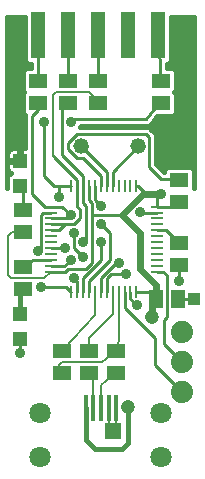
<source format=gtl>
G75*
%MOIN*%
%OFA0B0*%
%FSLAX25Y25*%
%IPPOS*%
%LPD*%
%AMOC8*
5,1,8,0,0,1.08239X$1,22.5*
%
%ADD10R,0.05118X0.05906*%
%ADD11R,0.00787X0.03937*%
%ADD12R,0.03937X0.00787*%
%ADD13C,0.05200*%
%ADD14R,0.06299X0.05118*%
%ADD15R,0.04724X0.04724*%
%ADD16R,0.05000X0.15748*%
%ADD17C,0.07400*%
%ADD18C,0.07087*%
%ADD19R,0.01575X0.09055*%
%ADD20C,0.01000*%
%ADD21C,0.03569*%
%ADD22C,0.01600*%
%ADD23C,0.00800*%
%ADD24R,0.05315X0.05315*%
%ADD25R,0.03962X0.03962*%
%ADD26C,0.02400*%
%ADD27C,0.04750*%
D10*
X0068366Y0063000D03*
X0075847Y0063000D03*
D11*
X0061933Y0065283D03*
X0059965Y0065283D03*
X0057996Y0065283D03*
X0056028Y0065283D03*
X0054059Y0065283D03*
X0052091Y0065283D03*
X0050122Y0065283D03*
X0048154Y0065283D03*
X0046185Y0065283D03*
X0044217Y0065283D03*
X0042248Y0065283D03*
X0040280Y0065283D03*
X0040280Y0100717D03*
X0042248Y0100717D03*
X0044217Y0100717D03*
X0046185Y0100717D03*
X0048154Y0100717D03*
X0050122Y0100717D03*
X0052091Y0100717D03*
X0054059Y0100717D03*
X0056028Y0100717D03*
X0057996Y0100717D03*
X0059965Y0100717D03*
X0061933Y0100717D03*
D12*
X0068823Y0093827D03*
X0068823Y0091858D03*
X0068823Y0089890D03*
X0068823Y0087921D03*
X0068823Y0085953D03*
X0068823Y0083984D03*
X0068823Y0082016D03*
X0068823Y0080047D03*
X0068823Y0078079D03*
X0068823Y0076110D03*
X0068823Y0074142D03*
X0068823Y0072173D03*
X0033390Y0072173D03*
X0033390Y0074142D03*
X0033390Y0076110D03*
X0033390Y0078079D03*
X0033390Y0080047D03*
X0033390Y0082016D03*
X0033390Y0083984D03*
X0033390Y0085953D03*
X0033390Y0087921D03*
X0033390Y0089890D03*
X0033390Y0091858D03*
X0033390Y0093827D03*
D13*
X0043607Y0114000D03*
X0062607Y0114000D03*
D14*
X0070107Y0128260D03*
X0070107Y0135740D03*
X0076107Y0102740D03*
X0076107Y0095260D03*
X0076107Y0081740D03*
X0076107Y0074260D03*
X0055107Y0045740D03*
X0055107Y0038260D03*
X0046107Y0038260D03*
X0046107Y0045740D03*
X0037107Y0045740D03*
X0037107Y0038260D03*
X0024107Y0066260D03*
X0024107Y0073740D03*
X0024107Y0085260D03*
X0024107Y0092740D03*
X0029107Y0128260D03*
X0029107Y0135740D03*
X0039107Y0135740D03*
X0039107Y0128260D03*
X0049107Y0128260D03*
X0049107Y0135740D03*
D15*
X0023107Y0109134D03*
X0023107Y0100866D03*
X0023107Y0058134D03*
X0023107Y0049866D03*
D16*
X0029107Y0151000D03*
X0039107Y0151000D03*
X0049107Y0151000D03*
X0059107Y0151000D03*
X0069107Y0151000D03*
D17*
X0077107Y0052000D03*
X0077107Y0042000D03*
X0077107Y0032000D03*
D18*
X0070284Y0024961D03*
X0070284Y0010394D03*
X0029929Y0010394D03*
X0029929Y0024961D03*
D19*
X0044988Y0026654D03*
X0047547Y0026654D03*
X0050107Y0026654D03*
X0052666Y0026654D03*
X0055225Y0026654D03*
D20*
X0068107Y0041000D02*
X0068107Y0050000D01*
X0057996Y0060110D01*
X0057996Y0065283D01*
X0059965Y0065283D02*
X0059965Y0063142D01*
X0062107Y0061000D01*
X0061933Y0065173D02*
X0061933Y0065283D01*
X0066083Y0065283D01*
X0068366Y0063000D01*
X0072107Y0057000D02*
X0071107Y0056000D01*
X0071107Y0048000D01*
X0077107Y0042000D01*
X0068107Y0041000D02*
X0077107Y0032000D01*
X0072107Y0057000D02*
X0072107Y0071000D01*
X0070933Y0072173D01*
X0068823Y0072173D01*
X0076107Y0074260D02*
X0076107Y0069000D01*
X0075847Y0063000D02*
X0081107Y0063000D01*
X0076107Y0081740D02*
X0071894Y0085953D01*
X0068823Y0085953D01*
X0068823Y0091858D02*
X0063248Y0091858D01*
X0063107Y0092000D01*
X0065107Y0098000D02*
X0062390Y0100717D01*
X0061933Y0100717D01*
X0066107Y0107000D02*
X0070107Y0103000D01*
X0075847Y0103000D01*
X0076107Y0102740D01*
X0076107Y0095260D02*
X0075673Y0093827D01*
X0068823Y0093827D01*
X0068823Y0096717D01*
X0070107Y0098000D01*
X0066107Y0107000D02*
X0066107Y0117000D01*
X0065107Y0118000D01*
X0042107Y0118000D01*
X0039107Y0115000D01*
X0039107Y0113000D01*
X0042107Y0110000D01*
X0044107Y0110000D01*
X0050107Y0104000D01*
X0050107Y0100732D01*
X0050122Y0100717D01*
X0048154Y0100717D02*
X0048154Y0095953D01*
X0050107Y0094000D01*
X0050107Y0088000D02*
X0053107Y0085000D01*
X0053107Y0076000D01*
X0046185Y0069079D01*
X0046185Y0065283D01*
X0044217Y0065283D02*
X0044217Y0070110D01*
X0050107Y0076000D01*
X0050107Y0082000D01*
X0047107Y0075000D02*
X0045107Y0073000D01*
X0039107Y0073000D01*
X0038280Y0072173D01*
X0033390Y0072173D01*
X0033390Y0074142D02*
X0037965Y0074142D01*
X0040107Y0076000D01*
X0041107Y0080000D02*
X0044107Y0077000D01*
X0047107Y0075000D02*
X0047107Y0091000D01*
X0047107Y0095000D01*
X0046185Y0095921D01*
X0046185Y0100717D01*
X0044217Y0100717D02*
X0044217Y0103890D01*
X0037107Y0111000D01*
X0037107Y0126260D01*
X0039107Y0128260D01*
X0041107Y0123000D02*
X0040107Y0122000D01*
X0041107Y0123000D02*
X0065107Y0123000D01*
X0069107Y0128000D01*
X0070107Y0128260D01*
X0070107Y0135740D02*
X0069107Y0151000D01*
X0049107Y0151000D02*
X0049107Y0135740D01*
X0049107Y0129000D02*
X0049107Y0128260D01*
X0043607Y0114000D02*
X0052091Y0105516D01*
X0052091Y0100717D01*
X0054059Y0100717D02*
X0054059Y0105453D01*
X0062607Y0114000D01*
X0057107Y0091000D02*
X0047107Y0091000D01*
X0045107Y0094000D02*
X0045107Y0083000D01*
X0044107Y0082000D01*
X0041107Y0080000D02*
X0041107Y0085000D01*
X0041028Y0087921D02*
X0043107Y0090000D01*
X0043107Y0093000D01*
X0042248Y0093858D01*
X0042248Y0100717D01*
X0042248Y0102858D01*
X0034607Y0110500D01*
X0034107Y0111000D01*
X0031107Y0104000D02*
X0034390Y0100717D01*
X0036107Y0100717D01*
X0036107Y0097000D01*
X0037280Y0093827D02*
X0040107Y0091000D01*
X0038996Y0089890D01*
X0033390Y0089890D01*
X0033390Y0091858D02*
X0030965Y0091858D01*
X0030107Y0091000D01*
X0030107Y0080000D01*
X0029107Y0079000D01*
X0027477Y0076110D02*
X0024107Y0073740D01*
X0027477Y0076110D02*
X0033390Y0076110D01*
X0033390Y0080047D02*
X0038059Y0080047D01*
X0038107Y0080000D01*
X0036138Y0085953D02*
X0038107Y0087921D01*
X0041028Y0087921D01*
X0038107Y0087921D02*
X0033390Y0087921D01*
X0033390Y0085953D02*
X0036138Y0085953D01*
X0037280Y0093827D02*
X0033390Y0093827D01*
X0031390Y0093827D01*
X0027107Y0098110D01*
X0027107Y0124000D01*
X0029107Y0126000D01*
X0029107Y0128260D01*
X0031107Y0122000D02*
X0031107Y0104000D01*
X0036107Y0100717D02*
X0040280Y0100717D01*
X0044217Y0100717D02*
X0044217Y0094890D01*
X0045107Y0094000D01*
X0055107Y0075000D02*
X0050107Y0070000D01*
X0050107Y0065299D01*
X0050122Y0065283D01*
X0052091Y0065283D02*
X0052107Y0065299D01*
X0052107Y0070000D01*
X0053607Y0071500D01*
X0058607Y0071500D01*
X0056107Y0075000D02*
X0055107Y0075000D01*
X0042248Y0068858D02*
X0042248Y0065283D01*
X0040280Y0065283D02*
X0038563Y0067000D01*
X0030107Y0067000D01*
X0023107Y0049866D02*
X0023107Y0045000D01*
X0042248Y0068858D02*
X0041107Y0070000D01*
X0024107Y0092740D02*
X0024107Y0099866D01*
X0023107Y0100866D01*
X0023107Y0109134D02*
X0023107Y0115000D01*
X0029107Y0135740D02*
X0029107Y0151000D01*
X0039107Y0151000D02*
X0039107Y0135740D01*
X0039107Y0151000D02*
X0039107Y0153000D01*
D21*
X0023107Y0045000D03*
X0030107Y0067000D03*
X0029107Y0079000D03*
X0038107Y0080000D03*
X0040107Y0076000D03*
X0044107Y0077000D03*
X0044107Y0082000D03*
X0041107Y0085000D03*
X0040107Y0091000D03*
X0036107Y0097000D03*
X0023107Y0115000D03*
X0031107Y0122000D03*
X0040107Y0122000D03*
X0050107Y0094000D03*
X0050107Y0088000D03*
X0050107Y0082000D03*
X0056107Y0075000D03*
X0058607Y0071500D03*
X0062107Y0061000D03*
X0076107Y0069000D03*
X0063107Y0092000D03*
X0070107Y0098000D03*
X0070107Y0108000D03*
X0070107Y0112000D03*
X0075107Y0141000D03*
X0075107Y0146000D03*
X0075107Y0151000D03*
X0041107Y0070000D03*
X0022107Y0141000D03*
D22*
X0024157Y0139045D02*
X0024157Y0132436D01*
X0024592Y0132000D01*
X0024157Y0131564D01*
X0024157Y0124955D01*
X0024807Y0124306D01*
X0024807Y0113296D01*
X0023488Y0113296D01*
X0023488Y0109515D01*
X0022725Y0109515D01*
X0022725Y0108753D01*
X0018944Y0108753D01*
X0018944Y0106535D01*
X0019067Y0106077D01*
X0019304Y0105666D01*
X0019639Y0105331D01*
X0020050Y0105094D01*
X0020296Y0105028D01*
X0019999Y0105028D01*
X0018944Y0103974D01*
X0018944Y0100000D01*
X0018907Y0100000D01*
X0018907Y0156901D01*
X0024807Y0156901D01*
X0024807Y0142380D01*
X0025861Y0141326D01*
X0026807Y0141326D01*
X0026807Y0140099D01*
X0025211Y0140099D01*
X0024157Y0139045D01*
X0024157Y0138676D02*
X0018907Y0138676D01*
X0018907Y0137078D02*
X0024157Y0137078D01*
X0024157Y0135479D02*
X0018907Y0135479D01*
X0018907Y0133881D02*
X0024157Y0133881D01*
X0024310Y0132282D02*
X0018907Y0132282D01*
X0018907Y0130684D02*
X0024157Y0130684D01*
X0024157Y0129085D02*
X0018907Y0129085D01*
X0018907Y0127487D02*
X0024157Y0127487D01*
X0024157Y0125888D02*
X0018907Y0125888D01*
X0018907Y0124290D02*
X0024807Y0124290D01*
X0024807Y0122691D02*
X0018907Y0122691D01*
X0018907Y0121093D02*
X0024807Y0121093D01*
X0024807Y0119494D02*
X0018907Y0119494D01*
X0018907Y0117896D02*
X0024807Y0117896D01*
X0024807Y0116297D02*
X0018907Y0116297D01*
X0018907Y0114699D02*
X0024807Y0114699D01*
X0023488Y0113100D02*
X0022725Y0113100D01*
X0022725Y0113296D02*
X0020507Y0113296D01*
X0020050Y0113173D01*
X0019639Y0112936D01*
X0019304Y0112601D01*
X0019067Y0112191D01*
X0018944Y0111733D01*
X0018944Y0109515D01*
X0022725Y0109515D01*
X0022725Y0113296D01*
X0022725Y0111502D02*
X0023488Y0111502D01*
X0023488Y0109903D02*
X0022725Y0109903D01*
X0019923Y0113100D02*
X0018907Y0113100D01*
X0018907Y0111502D02*
X0018944Y0111502D01*
X0018907Y0109903D02*
X0018944Y0109903D01*
X0018907Y0108305D02*
X0018944Y0108305D01*
X0018907Y0106706D02*
X0018944Y0106706D01*
X0018907Y0105108D02*
X0020026Y0105108D01*
X0018944Y0103509D02*
X0018907Y0103509D01*
X0018907Y0101911D02*
X0018944Y0101911D01*
X0018907Y0100312D02*
X0018944Y0100312D01*
X0024107Y0066260D02*
X0023107Y0065260D01*
X0023107Y0058134D01*
X0044988Y0026654D02*
X0044988Y0016118D01*
X0048107Y0013000D01*
X0057107Y0013000D01*
X0059107Y0015000D01*
X0059107Y0027000D01*
X0068366Y0063000D02*
X0069107Y0063260D01*
X0081056Y0100000D02*
X0081056Y0106045D01*
X0080002Y0107099D01*
X0072211Y0107099D01*
X0071157Y0106045D01*
X0071157Y0105300D01*
X0071059Y0105300D01*
X0068407Y0107953D01*
X0068407Y0117953D01*
X0067059Y0119300D01*
X0066059Y0120300D01*
X0043282Y0120300D01*
X0043448Y0120700D01*
X0064300Y0120700D01*
X0064414Y0120609D01*
X0065234Y0120700D01*
X0066059Y0120700D01*
X0066162Y0120803D01*
X0066307Y0120819D01*
X0066823Y0121464D01*
X0067407Y0122047D01*
X0067407Y0122193D01*
X0068773Y0123901D01*
X0074002Y0123901D01*
X0075056Y0124955D01*
X0075056Y0131564D01*
X0074621Y0132000D01*
X0075056Y0132436D01*
X0075056Y0139045D01*
X0074002Y0140099D01*
X0072126Y0140099D01*
X0072045Y0141326D01*
X0072352Y0141326D01*
X0073407Y0142380D01*
X0073407Y0156901D01*
X0081107Y0156901D01*
X0081107Y0100000D01*
X0081056Y0100000D01*
X0081056Y0100312D02*
X0081107Y0100312D01*
X0081056Y0101911D02*
X0081107Y0101911D01*
X0081056Y0103509D02*
X0081107Y0103509D01*
X0081056Y0105108D02*
X0081107Y0105108D01*
X0081107Y0106706D02*
X0080395Y0106706D01*
X0081107Y0108305D02*
X0068407Y0108305D01*
X0068407Y0109903D02*
X0081107Y0109903D01*
X0081107Y0111502D02*
X0068407Y0111502D01*
X0068407Y0113100D02*
X0081107Y0113100D01*
X0081107Y0114699D02*
X0068407Y0114699D01*
X0068407Y0116297D02*
X0081107Y0116297D01*
X0081107Y0117896D02*
X0068407Y0117896D01*
X0066865Y0119494D02*
X0081107Y0119494D01*
X0081107Y0121093D02*
X0066526Y0121093D01*
X0067805Y0122691D02*
X0081107Y0122691D01*
X0081107Y0124290D02*
X0074391Y0124290D01*
X0075056Y0125888D02*
X0081107Y0125888D01*
X0081107Y0127487D02*
X0075056Y0127487D01*
X0075056Y0129085D02*
X0081107Y0129085D01*
X0081107Y0130684D02*
X0075056Y0130684D01*
X0074903Y0132282D02*
X0081107Y0132282D01*
X0081107Y0133881D02*
X0075056Y0133881D01*
X0075056Y0135479D02*
X0081107Y0135479D01*
X0081107Y0137078D02*
X0075056Y0137078D01*
X0075056Y0138676D02*
X0081107Y0138676D01*
X0081107Y0140275D02*
X0072114Y0140275D01*
X0072900Y0141873D02*
X0081107Y0141873D01*
X0081107Y0143472D02*
X0073407Y0143472D01*
X0073407Y0145070D02*
X0081107Y0145070D01*
X0081107Y0146669D02*
X0073407Y0146669D01*
X0073407Y0148268D02*
X0081107Y0148268D01*
X0081107Y0149866D02*
X0073407Y0149866D01*
X0073407Y0151465D02*
X0081107Y0151465D01*
X0081107Y0153063D02*
X0073407Y0153063D01*
X0073407Y0154662D02*
X0081107Y0154662D01*
X0081107Y0156260D02*
X0073407Y0156260D01*
X0071818Y0106706D02*
X0069653Y0106706D01*
X0026807Y0140275D02*
X0018907Y0140275D01*
X0018907Y0141873D02*
X0025313Y0141873D01*
X0024807Y0143472D02*
X0018907Y0143472D01*
X0018907Y0145070D02*
X0024807Y0145070D01*
X0024807Y0146669D02*
X0018907Y0146669D01*
X0018907Y0148268D02*
X0024807Y0148268D01*
X0024807Y0149866D02*
X0018907Y0149866D01*
X0018907Y0151465D02*
X0024807Y0151465D01*
X0024807Y0153063D02*
X0018907Y0153063D01*
X0018907Y0154662D02*
X0024807Y0154662D01*
X0024807Y0156260D02*
X0018907Y0156260D01*
D23*
X0035107Y0132000D02*
X0034107Y0131000D01*
X0034107Y0111000D01*
X0035107Y0132000D02*
X0046107Y0132000D01*
X0049107Y0129000D01*
X0024107Y0085260D02*
X0020366Y0085260D01*
X0019107Y0084000D01*
X0019107Y0071000D01*
X0020107Y0070000D01*
X0031217Y0070000D01*
X0033390Y0072173D01*
X0054059Y0057953D02*
X0046107Y0050000D01*
X0046107Y0045740D01*
X0050366Y0042000D02*
X0055107Y0045740D01*
X0054366Y0045000D01*
X0054107Y0045000D01*
X0056028Y0048921D01*
X0056028Y0065283D01*
X0054059Y0065283D02*
X0054059Y0057953D01*
X0048154Y0057787D02*
X0037107Y0045740D01*
X0037107Y0042000D02*
X0036107Y0041000D01*
X0037107Y0038260D01*
X0037107Y0042000D02*
X0050366Y0042000D01*
X0046107Y0038260D02*
X0047547Y0035819D01*
X0047547Y0026654D01*
X0050107Y0026654D02*
X0050107Y0034260D01*
X0055107Y0038260D01*
X0055225Y0026654D02*
X0055225Y0020118D01*
X0054107Y0019000D01*
X0052666Y0020441D01*
X0052666Y0026654D01*
X0048154Y0057787D02*
X0048154Y0065283D01*
D24*
X0054107Y0019000D03*
D25*
X0081107Y0063000D03*
D26*
X0068366Y0063000D02*
X0067107Y0061740D01*
X0067107Y0057000D01*
X0068366Y0063000D02*
X0068366Y0067740D01*
X0063107Y0073000D01*
X0063107Y0085000D01*
X0057107Y0091000D01*
X0064107Y0098000D01*
X0065107Y0098000D01*
X0070107Y0098000D01*
D27*
X0067107Y0057000D03*
X0059107Y0027000D03*
M02*

</source>
